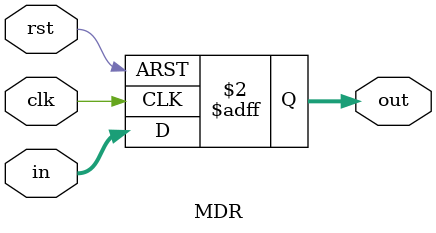
<source format=v>
`timescale 1ns / 1ps


module MDR (
    rst,
    clk,
    in,
    out
);

  input rst, clk;
  input [31:0] in;
  output reg [31:0] out;

  always @(posedge rst or posedge clk) begin
    if (rst) begin
      out <= 32'h0000_0000;
    end else begin
      out <= in;
    end
  end

endmodule

</source>
